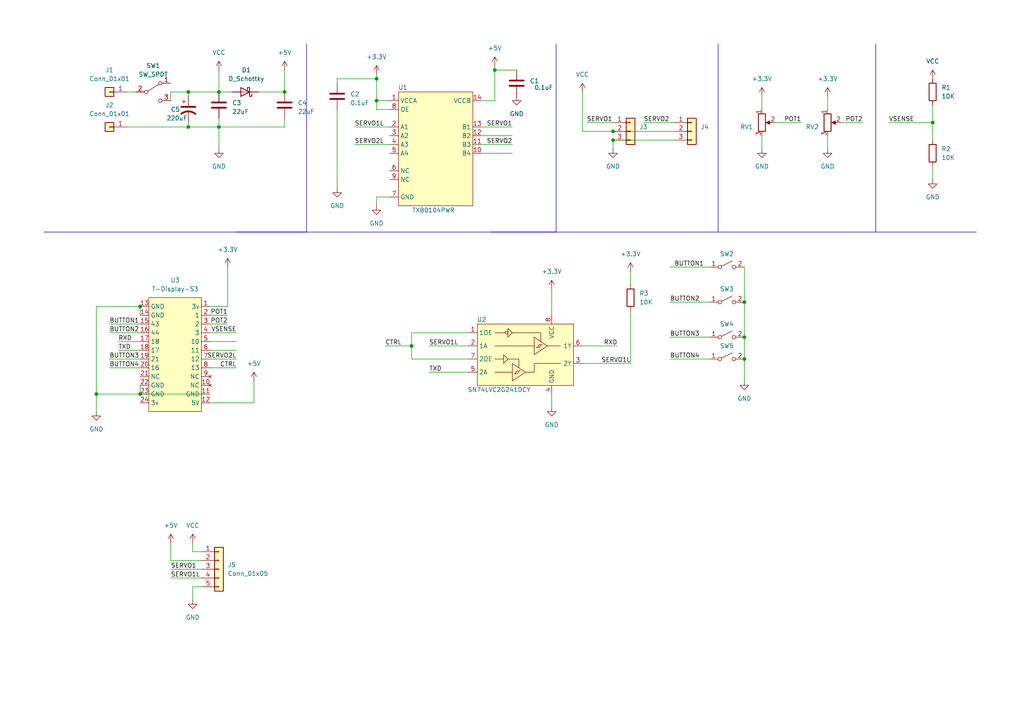
<source format=kicad_sch>
(kicad_sch (version 20230121) (generator eeschema)
  (paper "A4")
  (lib_symbols
    (symbol "BuffersLogic_74S:SN74LVC2G241DC"
      (property "Reference" "U2" (at -12.7 8.89 0))
      (property "Value" "SN74LVC2G241DCY" (at -7.62 -11.43 0))
      (symbol "SN74LVC2G241DC_0_1"
        (rectangle (start -13.97 7.62) (end 13.97 -10.16) (fill (type background)))
        (circle (center -5.461 5.08) (radius 0.399))
        (polyline (pts (xy -8.89 5.08) (xy -5.8943 5.0824)))
        (polyline (pts (xy 6.35 1.27) (xy 10.16 1.27)))
        (polyline (pts (xy -5.08 -2.54) (xy -1.905 -2.54) (xy -1.905 -5.08)))
        (polyline (pts (xy -3.81 5.08) (xy 4.445 5.08) (xy 4.445 2.54)))
        (polyline (pts (xy -2.9201 -6.7666) (xy -2.5391 -6.0046) (xy -1.9041 -6.0046)))
        (polyline (pts (xy 2.54 1.27) (xy 2.54 1.27) (xy -8.89 1.27)))
        (polyline (pts (xy 4.5346 1.628) (xy 4.1536 0.866) (xy 3.5186 0.866)))
        (polyline (pts (xy -3.3011 -6.7666) (xy -2.2851 -6.7666) (xy -1.9041 -6.0046) (xy -1.3961 -6.0046)))
        (polyline (pts (xy 4.9156 1.628) (xy 3.8996 1.628) (xy 3.5186 0.866) (xy 3.0106 0.866)))
        (polyline (pts (xy 6.35 1.27) (xy 2.54 -1.27) (xy 2.54 3.81) (xy 6.35 1.27)))
        (polyline (pts (xy 10.16 -3.81) (xy 2.54 -3.81) (xy 2.54 -6.35) (xy 0 -6.35)))
        (polyline (pts (xy -8.89 -6.35) (xy -3.81 -6.35) (xy -3.81 -3.81) (xy 0 -6.35) (xy -3.81 -8.89) (xy -3.81 -6.35)))
        (polyline (pts (xy -8.89 -2.54) (xy -6.35 -2.54) (xy -6.35 -1.27) (xy -5.08 -2.54) (xy -6.35 -3.81) (xy -6.35 -2.54)))
        (polyline (pts (xy -5.08 5.08) (xy -5.08 5.08) (xy -5.08 6.35) (xy -3.81 5.08) (xy -5.08 3.81) (xy -5.08 5.08)))
      )
      (symbol "SN74LVC2G241DC_1_1"
        (pin input line (at -16.51 5.08 0) (length 2.54) (name "1OE") (number "1"))
        (pin input line (at -16.51 1.27 0) (length 2.54) (name "1A") (number "2"))
        (pin output line (at 16.51 -3.81 180) (length 2.54) (name "2Y") (number "3"))
        (pin power_in line (at 7.62 -12.7 90) (length 2.54) (name "GND") (number "4"))
        (pin input line (at -16.51 -6.35 0) (length 2.54) (name "2A") (number "5"))
        (pin output line (at 16.51 1.27 180) (length 2.54) (name "1Y") (number "6"))
        (pin input line (at -16.51 -2.54 0) (length 2.54) (name "2OE") (number "7"))
        (pin power_in line (at 7.62 10.16 270) (length 2.54) (name "VCC") (number "8"))
      )
    )
    (symbol "BuffersLogic_74S:TXB0104PW"
      (property "Reference" "U" (at -8.89 8.89 0))
      (symbol "TXB0104PW_0_1"
        (rectangle (start -10.16 7.62) (end 11.43 -25.4) (fill (type background)))
      )
      (symbol "TXB0104PW_1_1"
        (pin power_in line (at -12.7 5.08 0) (length 2.54) (name "VCCA") (number "1"))
        (pin bidirectional line (at 13.97 -10.16 180) (length 2.54) (name "B4") (number "10"))
        (pin bidirectional line (at 13.97 -7.62 180) (length 2.54) (name "B3") (number "11"))
        (pin bidirectional line (at 13.97 -5.08 180) (length 2.54) (name "B2") (number "12"))
        (pin bidirectional line (at 13.97 -2.54 180) (length 2.54) (name "B1") (number "13"))
        (pin power_in line (at 13.97 5.08 180) (length 2.54) (name "VCCB") (number "14"))
        (pin bidirectional line (at -12.7 -2.54 0) (length 2.54) (name "A1") (number "2"))
        (pin bidirectional line (at -12.7 -5.08 0) (length 2.54) (name "A2") (number "3"))
        (pin bidirectional line (at -12.7 -7.62 0) (length 2.54) (name "A3") (number "4"))
        (pin bidirectional line (at -12.7 -10.16 0) (length 2.54) (name "A4") (number "5"))
        (pin input line (at -12.7 -15.24 0) (length 2.54) (name "NC") (number "6"))
        (pin power_in line (at -12.7 -22.86 0) (length 2.54) (name "GND") (number "7"))
        (pin input line (at -12.7 2.54 0) (length 2.54) (name "OE") (number "8"))
        (pin input line (at -12.7 -17.78 0) (length 2.54) (name "NC") (number "9"))
      )
    )
    (symbol "Connector_Generic:Conn_01x01" (pin_names (offset 1.016) hide)
      (property "Reference" "J" (at 0 2.54 0))
      (property "Value" "Conn_01x01" (at 0 -2.54 0))
      (symbol "Conn_01x01_1_1"
        (rectangle (start -1.27 0.127) (end 0 -0.127) (stroke (width 0.1524)))
        (rectangle (start -1.27 1.27) (end 1.27 -1.27) (stroke (width 0.254)) (fill (type background)))
        (pin passive line (at -5.08 0 0) (length 3.81) (name "Pin_1") (number "1"))
      )
    )
    (symbol "Connector_Generic:Conn_01x03" (pin_names (offset 1.016) hide)
      (property "Reference" "J" (at 0 5.08 0))
      (property "Value" "Conn_01x03" (at 0 -5.08 0))
      (symbol "Conn_01x03_1_1"
        (rectangle (start -1.27 -2.413) (end 0 -2.667) (stroke (width 0.1524)))
        (rectangle (start -1.27 0.127) (end 0 -0.127) (stroke (width 0.1524)))
        (rectangle (start -1.27 2.667) (end 0 2.413) (stroke (width 0.1524)))
        (rectangle (start -1.27 3.81) (end 1.27 -3.81) (stroke (width 0.254)) (fill (type background)))
        (pin passive line (at -5.08 2.54 0) (length 3.81) (name "Pin_1") (number "1"))
        (pin passive line (at -5.08 0 0) (length 3.81) (name "Pin_2") (number "2"))
        (pin passive line (at -5.08 -2.54 0) (length 3.81) (name "Pin_3") (number "3"))
      )
    )
    (symbol "Connector_Generic:Conn_01x05" (pin_names (offset 1.016) hide)
      (property "Reference" "J" (at 0 7.62 0))
      (property "Value" "Conn_01x05" (at 0 -7.62 0))
      (symbol "Conn_01x05_1_1"
        (rectangle (start -1.27 -4.953) (end 0 -5.207) (stroke (width 0.1524)))
        (rectangle (start -1.27 -2.413) (end 0 -2.667) (stroke (width 0.1524)))
        (rectangle (start -1.27 0.127) (end 0 -0.127) (stroke (width 0.1524)))
        (rectangle (start -1.27 2.667) (end 0 2.413) (stroke (width 0.1524)))
        (rectangle (start -1.27 5.207) (end 0 4.953) (stroke (width 0.1524)))
        (rectangle (start -1.27 6.35) (end 1.27 -6.35) (stroke (width 0.254)) (fill (type background)))
        (pin passive line (at -5.08 5.08 0) (length 3.81) (name "Pin_1") (number "1"))
        (pin passive line (at -5.08 2.54 0) (length 3.81) (name "Pin_2") (number "2"))
        (pin passive line (at -5.08 0 0) (length 3.81) (name "Pin_3") (number "3"))
        (pin passive line (at -5.08 -2.54 0) (length 3.81) (name "Pin_4") (number "4"))
        (pin passive line (at -5.08 -5.08 0) (length 3.81) (name "Pin_5") (number "5"))
      )
    )
    (symbol "Device:C" (pin_numbers hide) (pin_names (offset 0.254))
      (property "Reference" "C" (at 0.635 2.54 0))
      (property "Value" "C" (at 0.635 -2.54 0))
      (symbol "C_0_1"
        (polyline (pts (xy -2.032 -0.762) (xy 2.032 -0.762)) (stroke (width 0.508)))
        (polyline (pts (xy -2.032 0.762) (xy 2.032 0.762)) (stroke (width 0.508)))
      )
      (symbol "C_1_1"
        (pin passive line (at 0 3.81 270) (length 2.794) (name "~") (number "1"))
        (pin passive line (at 0 -3.81 90) (length 2.794) (name "~") (number "2"))
      )
    )
    (symbol "Device:C_Polarized_US" (pin_numbers hide) (pin_names (offset 0.254) hide)
      (property "Reference" "C" (at 0.635 2.54 0))
      (property "Value" "C_Polarized_US" (at 0.635 -2.54 0))
      (symbol "C_Polarized_US_0_1"
        (polyline (pts (xy -2.032 0.762) (xy 2.032 0.762)) (stroke (width 0.508)))
        (polyline (pts (xy -1.778 2.286) (xy -0.762 2.286)))
        (polyline (pts (xy -1.27 1.778) (xy -1.27 2.794)))
        (arc (start 2.032 -1.27) (mid 0 -0.5572) (end -2.032 -1.27) (stroke (width 0.508)))
      )
      (symbol "C_Polarized_US_1_1"
        (pin passive line (at 0 3.81 270) (length 2.794) (name "~") (number "1"))
        (pin passive line (at 0 -3.81 90) (length 3.302) (name "~") (number "2"))
      )
    )
    (symbol "Device:D_Schottky" (pin_numbers hide) (pin_names (offset 1.016) hide)
      (property "Reference" "D" (at 0 2.54 0))
      (property "Value" "D_Schottky" (at 0 -2.54 0))
      (symbol "D_Schottky_0_1"
        (polyline (pts (xy 1.27 0) (xy -1.27 0)))
        (polyline (pts (xy 1.27 1.27) (xy 1.27 -1.27) (xy -1.27 0) (xy 1.27 1.27)) (stroke (width 0.254)))
        (polyline (pts (xy -1.905 0.635) (xy -1.905 1.27) (xy -1.27 1.27) (xy -1.27 -1.27) (xy -0.635 -1.27) (xy -0.635 -0.635)) (stroke (width 0.254)))
      )
      (symbol "D_Schottky_1_1"
        (pin passive line (at -3.81 0 0) (length 2.54) (name "K") (number "1"))
        (pin passive line (at 3.81 0 180) (length 2.54) (name "A") (number "2"))
      )
    )
    (symbol "Device:R" (pin_numbers hide) (pin_names (offset 0))
      (property "Reference" "R" (at 2.032 0 90))
      (property "Value" "R" (at 0 0 90))
      (symbol "R_0_1"
        (rectangle (start -1.016 -2.54) (end 1.016 2.54) (stroke (width 0.254)))
      )
      (symbol "R_1_1"
        (pin passive line (at 0 3.81 270) (length 1.27) (name "~") (number "1"))
        (pin passive line (at 0 -3.81 90) (length 1.27) (name "~") (number "2"))
      )
    )
    (symbol "Device:R_Potentiometer" (pin_names (offset 1.016) hide)
      (property "Reference" "RV" (at -4.445 0 90))
      (property "Value" "R_Potentiometer" (at -2.54 0 90))
      (symbol "R_Potentiometer_0_1"
        (polyline (pts (xy 2.54 0) (xy 1.524 0)))
        (polyline (pts (xy 1.143 0) (xy 2.286 0.508) (xy 2.286 -0.508) (xy 1.143 0)) (fill (type outline)))
        (rectangle (start 1.016 2.54) (end -1.016 -2.54) (stroke (width 0.254)))
      )
      (symbol "R_Potentiometer_1_1"
        (pin passive line (at 0 3.81 270) (length 1.27) (name "1") (number "1"))
        (pin passive line (at 3.81 0 180) (length 1.27) (name "2") (number "2"))
        (pin passive line (at 0 -3.81 90) (length 1.27) (name "3") (number "3"))
      )
    )
    (symbol "Switch:SW_SPDT" (pin_names (offset 0) hide)
      (property "Reference" "SW" (at 0 4.318 0))
      (property "Value" "SW_SPDT" (at 0 -5.08 0))
      (symbol "SW_SPDT_0_0"
        (circle (center -2.032 0) (radius 0.508))
        (circle (center 2.032 -2.54) (radius 0.508))
      )
      (symbol "SW_SPDT_0_1"
        (polyline (pts (xy -1.524 0.254) (xy 1.651 2.286)))
        (circle (center 2.032 2.54) (radius 0.508))
      )
      (symbol "SW_SPDT_1_1"
        (pin passive line (at 5.08 2.54 180) (length 2.54) (name "A") (number "1"))
        (pin passive line (at -5.08 0 0) (length 2.54) (name "B") (number "2"))
        (pin passive line (at 5.08 -2.54 180) (length 2.54) (name "C") (number "3"))
      )
    )
    (symbol "Switch:SW_SPST" (pin_names (offset 0) hide)
      (property "Reference" "SW" (at 0 3.175 0))
      (property "Value" "SW_SPST" (at 0 -2.54 0))
      (symbol "SW_SPST_0_0"
        (circle (center -2.032 0) (radius 0.508))
        (polyline (pts (xy -1.524 0.254) (xy 1.524 1.778)))
        (circle (center 2.032 0) (radius 0.508))
      )
      (symbol "SW_SPST_1_1"
        (pin passive line (at -5.08 0 0) (length 2.54) (name "A") (number "1"))
        (pin passive line (at 5.08 0 180) (length 2.54) (name "B") (number "2"))
      )
    )
    (symbol "power:+3.3V" (power) (pin_names (offset 0))
      (property "Value" "+3.3V" (at 0 3.556 0))
      (symbol "+3.3V_0_1"
        (polyline (pts (xy -0.762 1.27) (xy 0 2.54)))
        (polyline (pts (xy 0 0) (xy 0 2.54)))
        (polyline (pts (xy 0 2.54) (xy 0.762 1.27)))
      )
      (symbol "+3.3V_1_1"
        (pin power_in line (at 0 0 90) (length 0) hide (name "+3.3V") (number "1"))
      )
    )
    (symbol "power:+5V" (power) (pin_names (offset 0))
      (property "Value" "+5V" (at 0 3.556 0))
      (symbol "+5V_0_1"
        (polyline (pts (xy -0.762 1.27) (xy 0 2.54)))
        (polyline (pts (xy 0 0) (xy 0 2.54)))
        (polyline (pts (xy 0 2.54) (xy 0.762 1.27)))
      )
      (symbol "+5V_1_1"
        (pin power_in line (at 0 0 90) (length 0) hide (name "+5V") (number "1"))
      )
    )
    (symbol "power:GND" (power) (pin_names (offset 0))
      (property "Value" "GND" (at 0 -3.81 0))
      (symbol "GND_0_1"
        (polyline (pts (xy 0 0) (xy 0 -1.27) (xy 1.27 -1.27) (xy 0 -2.54) (xy -1.27 -1.27) (xy 0 -1.27)))
      )
      (symbol "GND_1_1"
        (pin power_in line (at 0 0 270) (length 0) hide (name "GND") (number "1"))
      )
    )
    (symbol "power:VCC" (power) (pin_names (offset 0))
      (property "Value" "VCC" (at 0 3.81 0))
      (symbol "VCC_0_1"
        (polyline (pts (xy -0.762 1.27) (xy 0 2.54)))
        (polyline (pts (xy 0 0) (xy 0 2.54)))
        (polyline (pts (xy 0 2.54) (xy 0.762 1.27)))
      )
      (symbol "VCC_1_1"
        (pin power_in line (at 0 0 90) (length 0) hide (name "VCC") (number "1"))
      )
    )
    (symbol "shurik-personal:T-Display-S3"
      (property "Reference" "U" (at -16.51 -2.54 0))
      (property "Value" "T-Display-S3" (at -11.43 -5.08 0))
      (symbol "T-Display-S3_0_1"
        (rectangle (start -15.24 33.02) (end 0 0) (fill (type background)))
      )
      (symbol "T-Display-S3_1_1"
        (pin power_in line (at 2.54 30.48 180) (length 2.54) (name "3v") (number "1"))
        (pin no_connect line (at 2.54 7.62 180) (length 2.54) (name "NC") (number "10"))
        (pin power_in line (at 2.54 5.08 180) (length 2.54) (name "GND") (number "11"))
        (pin power_in line (at 2.54 2.54 180) (length 2.54) (name "5V") (number "12"))
        (pin power_in line (at -17.78 30.48 0) (length 2.54) (name "GND") (number "13"))
        (pin power_in line (at -17.78 27.94 0) (length 2.54) (name "GND") (number "14"))
        (pin bidirectional line (at -17.78 25.4 0) (length 2.54) (name "43") (number "15"))
        (pin bidirectional line (at -17.78 22.86 0) (length 2.54) (name "44") (number "16"))
        (pin bidirectional line (at -17.78 20.32 0) (length 2.54) (name "18") (number "17"))
        (pin bidirectional line (at -17.78 17.78 0) (length 2.54) (name "17") (number "18"))
        (pin bidirectional line (at -17.78 15.24 0) (length 2.54) (name "21") (number "19"))
        (pin bidirectional line (at 2.54 27.94 180) (length 2.54) (name "1") (number "2"))
        (pin bidirectional line (at -17.78 12.7 0) (length 2.54) (name "16") (number "20"))
        (pin bidirectional line (at -17.78 10.16 0) (length 2.54) (name "NC") (number "21"))
        (pin power_in line (at -17.78 7.62 0) (length 2.54) (name "GND") (number "22"))
        (pin power_in line (at -17.78 5.08 0) (length 2.54) (name "GND") (number "23"))
        (pin power_in line (at -17.78 2.54 0) (length 2.54) (name "3v") (number "24"))
        (pin bidirectional line (at 2.54 25.4 180) (length 2.54) (name "2") (number "3"))
        (pin bidirectional line (at 2.54 22.86 180) (length 2.54) (name "3") (number "4"))
        (pin bidirectional line (at 2.54 20.32 180) (length 2.54) (name "10") (number "5"))
        (pin bidirectional line (at 2.54 17.78 180) (length 2.54) (name "11") (number "6"))
        (pin bidirectional line (at 2.54 15.24 180) (length 2.54) (name "12") (number "7"))
        (pin bidirectional line (at 2.54 12.7 180) (length 2.54) (name "13") (number "8"))
        (pin no_connect line (at 2.54 10.16 180) (length 2.54) (name "NC") (number "9"))
      )
    )
  )
  (junction (at 119.38 100.33))
  (junction (at 27.94 114.3))
  (junction (at 82.55 26.67))
  (junction (at 215.9 97.79))
  (junction (at 54.61 26.67))
  (junction (at 54.61 36.83))
  (junction (at 215.9 87.63))
  (junction (at 270.51 35.56))
  (junction (at 109.22 22.86))
  (junction (at 40.64 114.3))
  (junction (at 215.9 104.14))
  (junction (at 40.64 88.9))
  (junction (at 143.51 20.32))
  (junction (at 177.8 38.1))
  (junction (at 109.22 29.21))
  (junction (at 63.5 26.67))
  (junction (at 63.5 36.83))
  (junction (at 177.8 40.64))
  (wire (pts (xy 66.04 77.47) (xy 66.04 88.9)))
  (wire (pts (xy 34.29 101.6) (xy 40.64 101.6)))
  (wire (pts (xy 55.88 170.18) (xy 55.88 173.99)))
  (wire (pts (xy 250.19 35.56) (xy 243.84 35.56)))
  (wire (pts (xy 270.51 48.26) (xy 270.51 52.07)))
  (wire (pts (xy 240.03 43.18) (xy 240.03 39.37)))
  (wire (pts (xy 60.96 96.52) (xy 68.58 96.52)))
  (wire (pts (xy 31.75 93.98) (xy 40.64 93.98)))
  (wire (pts (xy 139.7 39.37) (xy 148.59 39.37)))
  (wire (pts (xy 60.96 101.6) (xy 68.58 101.6)))
  (wire (pts (xy 143.51 29.21) (xy 139.7 29.21)))
  (wire (pts (xy 82.55 20.32) (xy 82.55 26.67)))
  (wire (pts (xy 232.41 35.56) (xy 224.79 35.56)))
  (wire (pts (xy 139.7 44.45) (xy 148.59 44.45)))
  (wire (pts (xy 109.22 21.59) (xy 109.22 22.86)))
  (wire (pts (xy 186.69 35.56) (xy 195.58 35.56)))
  (wire (pts (xy 113.03 57.15) (xy 109.22 57.15)))
  (wire (pts (xy 49.53 29.21) (xy 49.53 26.67)))
  (wire (pts (xy 111.76 100.33) (xy 119.38 100.33)))
  (wire (pts (xy 257.81 35.56) (xy 270.51 35.56)))
  (wire (pts (xy 60.96 93.98) (xy 66.04 93.98)))
  (wire (pts (xy 160.02 114.3) (xy 160.02 118.11)))
  (wire (pts (xy 102.87 36.83) (xy 113.03 36.83)))
  (polyline (pts (xy 161.29 12.7) (xy 161.29 67.31)))
  (wire (pts (xy 60.96 106.68) (xy 68.58 106.68)))
  (wire (pts (xy 36.83 26.67) (xy 39.37 26.67)))
  (wire (pts (xy 215.9 77.47) (xy 215.9 87.63)))
  (wire (pts (xy 97.79 22.86) (xy 97.79 24.13)))
  (wire (pts (xy 177.8 38.1) (xy 195.58 38.1)))
  (wire (pts (xy 60.96 91.44) (xy 66.04 91.44)))
  (wire (pts (xy 102.87 41.91) (xy 113.03 41.91)))
  (wire (pts (xy 60.96 99.06) (xy 68.58 99.06)))
  (wire (pts (xy 194.31 77.47) (xy 205.74 77.47)))
  (wire (pts (xy 58.42 162.56) (xy 49.53 162.56)))
  (polyline (pts (xy 161.29 67.31) (xy 142.24 67.31)))
  (wire (pts (xy 31.75 106.68) (xy 40.64 106.68)))
  (wire (pts (xy 168.91 38.1) (xy 177.8 38.1)))
  (wire (pts (xy 113.03 31.75) (xy 109.22 31.75)))
  (wire (pts (xy 49.53 165.1) (xy 58.42 165.1)))
  (wire (pts (xy 36.83 36.83) (xy 54.61 36.83)))
  (wire (pts (xy 58.42 160.02) (xy 55.88 160.02)))
  (wire (pts (xy 240.03 31.75) (xy 240.03 27.94)))
  (wire (pts (xy 27.94 88.9) (xy 27.94 114.3)))
  (wire (pts (xy 49.53 162.56) (xy 49.53 157.48)))
  (wire (pts (xy 119.38 96.52) (xy 119.38 100.33)))
  (wire (pts (xy 63.5 36.83) (xy 63.5 43.18)))
  (wire (pts (xy 73.66 110.49) (xy 73.66 116.84)))
  (wire (pts (xy 31.75 96.52) (xy 40.64 96.52)))
  (wire (pts (xy 27.94 114.3) (xy 27.94 119.38)))
  (wire (pts (xy 270.51 35.56) (xy 270.51 40.64)))
  (wire (pts (xy 40.64 88.9) (xy 40.64 91.44)))
  (wire (pts (xy 220.98 43.18) (xy 220.98 39.37)))
  (wire (pts (xy 54.61 35.56) (xy 54.61 36.83)))
  (wire (pts (xy 40.64 114.3) (xy 59.69 114.3)))
  (wire (pts (xy 124.46 107.95) (xy 135.89 107.95)))
  (wire (pts (xy 170.18 35.56) (xy 177.8 35.56)))
  (wire (pts (xy 177.8 40.64) (xy 177.8 43.18)))
  (wire (pts (xy 119.38 100.33) (xy 119.38 104.14)))
  (wire (pts (xy 182.88 82.55) (xy 182.88 78.74)))
  (wire (pts (xy 194.31 97.79) (xy 205.74 97.79)))
  (wire (pts (xy 97.79 54.61) (xy 97.79 31.75)))
  (wire (pts (xy 27.94 114.3) (xy 40.64 114.3)))
  (wire (pts (xy 119.38 104.14) (xy 135.89 104.14)))
  (wire (pts (xy 58.42 170.18) (xy 55.88 170.18)))
  (wire (pts (xy 60.96 116.84) (xy 73.66 116.84)))
  (wire (pts (xy 182.88 90.17) (xy 182.88 105.41)))
  (wire (pts (xy 63.5 36.83) (xy 82.55 36.83)))
  (wire (pts (xy 143.51 20.32) (xy 143.51 29.21)))
  (wire (pts (xy 168.91 38.1) (xy 168.91 26.67)))
  (wire (pts (xy 194.31 87.63) (xy 205.74 87.63)))
  (wire (pts (xy 54.61 26.67) (xy 54.61 27.94)))
  (polyline (pts (xy 88.9 12.7) (xy 88.9 67.31)))
  (wire (pts (xy 177.8 40.64) (xy 195.58 40.64)))
  (wire (pts (xy 215.9 87.63) (xy 215.9 97.79)))
  (wire (pts (xy 54.61 36.83) (xy 63.5 36.83)))
  (wire (pts (xy 194.31 104.14) (xy 205.74 104.14)))
  (wire (pts (xy 109.22 57.15) (xy 109.22 59.69)))
  (wire (pts (xy 109.22 22.86) (xy 97.79 22.86)))
  (wire (pts (xy 143.51 19.05) (xy 143.51 20.32)))
  (wire (pts (xy 82.55 34.29) (xy 82.55 36.83)))
  (wire (pts (xy 55.88 160.02) (xy 55.88 157.48)))
  (wire (pts (xy 63.5 34.29) (xy 63.5 36.83)))
  (wire (pts (xy 60.96 88.9) (xy 66.04 88.9)))
  (wire (pts (xy 74.93 26.67) (xy 82.55 26.67)))
  (wire (pts (xy 34.29 99.06) (xy 40.64 99.06)))
  (wire (pts (xy 220.98 31.75) (xy 220.98 27.94)))
  (wire (pts (xy 168.91 100.33) (xy 179.07 100.33)))
  (wire (pts (xy 168.91 105.41) (xy 182.88 105.41)))
  (wire (pts (xy 124.46 100.33) (xy 135.89 100.33)))
  (wire (pts (xy 109.22 31.75) (xy 109.22 29.21)))
  (polyline (pts (xy 254 12.7) (xy 254 67.31)))
  (wire (pts (xy 139.7 36.83) (xy 148.59 36.83)))
  (polyline (pts (xy 88.9 67.31) (xy 68.58 67.31)))
  (wire (pts (xy 119.38 96.52) (xy 135.89 96.52)))
  (wire (pts (xy 60.96 104.14) (xy 68.58 104.14)))
  (wire (pts (xy 63.5 26.67) (xy 67.31 26.67)))
  (wire (pts (xy 40.64 111.76) (xy 40.64 114.3)))
  (wire (pts (xy 270.51 30.48) (xy 270.51 35.56)))
  (wire (pts (xy 160.02 83.82) (xy 160.02 91.44)))
  (wire (pts (xy 54.61 26.67) (xy 63.5 26.67)))
  (wire (pts (xy 143.51 20.32) (xy 149.86 20.32)))
  (wire (pts (xy 49.53 167.64) (xy 58.42 167.64)))
  (wire (pts (xy 40.64 88.9) (xy 27.94 88.9)))
  (wire (pts (xy 49.53 26.67) (xy 54.61 26.67)))
  (polyline (pts (xy 12.7 67.31) (xy 283.21 67.31)))
  (wire (pts (xy 109.22 29.21) (xy 113.03 29.21)))
  (wire (pts (xy 215.9 97.79) (xy 215.9 104.14)))
  (wire (pts (xy 109.22 22.86) (xy 109.22 29.21)))
  (wire (pts (xy 215.9 104.14) (xy 215.9 110.49)))
  (wire (pts (xy 63.5 20.32) (xy 63.5 26.67)))
  (polyline (pts (xy 208.28 12.7) (xy 208.28 67.31)))
  (wire (pts (xy 139.7 41.91) (xy 148.59 41.91)))
  (wire (pts (xy 31.75 104.14) (xy 40.64 104.14)))
  (label "BUTTON2" (at 31.75 96.52 0))
  (label "BUTTON4" (at 31.75 106.68 0))
  (label "SERVO1" (at 148.59 36.83 180))
  (label "RXD" (at 179.07 100.33 180))
  (label "BUTTON4" (at 194.31 104.14 0))
  (label "POT2" (at 250.19 35.56 180))
  (label "SERVO2L" (at 68.58 104.14 180))
  (label "TXD" (at 124.46 107.95 0))
  (label "CTRL" (at 68.58 106.68 180))
  (label "POT1" (at 66.04 91.44 180))
  (label "POT2" (at 66.04 93.98 180))
  (label "SERVO1" (at 49.53 165.1 0))
  (label "SERVO2L" (at 102.87 41.91 0))
  (label "BUTTON1" (at 195.58 77.47 0))
  (label "SERVO2" (at 148.59 41.91 180))
  (label "VSENSE" (at 68.58 96.52 180))
  (label "BUTTON3" (at 31.75 104.14 0))
  (label "SERVO1" (at 170.18 35.56 0))
  (label "SERVO1L" (at 49.53 167.64 0))
  (label "BUTTON2" (at 194.31 87.63 0))
  (label "BUTTON3" (at 194.31 97.79 0))
  (label "VSENSE" (at 257.81 35.56 0))
  (label "SERVO1L" (at 124.46 100.33 0))
  (label "RXD" (at 34.29 99.06 0))
  (label "SERVO1L" (at 102.87 36.83 0))
  (label "POT1" (at 232.41 35.56 180))
  (label "CTRL" (at 111.76 100.33 0))
  (label "TXD" (at 34.29 101.6 0))
  (label "SERVO2" (at 186.69 35.56 0))
  (label "SERVO1L" (at 182.88 105.41 180))
  (label "BUTTON1" (at 31.75 93.98 0))
  (symbol (lib_id "Connector_Generic:Conn_01x03") (at 200.66 38.1 0) (unit 1)
    (property "Reference" "J4" (at 203.2 36.83 0) (effects (justify left)))
    (property "Value" "Conn_01x03" (effects hide))
    (property "Footprint" "Connector_PinHeader_2.54mm:PinHeader_1x03_P2.54mm_Vertical" (effects hide))
  )
  (symbol (lib_id "Device:C") (at 63.5 30.48 0) (unit 1)
    (property "Reference" "C3" (at 67.31 29.845 0) (effects (justify left)))
    (property "Value" "22uF" (at 67.31 32.385 0) (effects (justify left)))
    (property "Footprint" "Capacitor_SMD:C_0805_2012Metric" (effects hide))
    (property "LCSC" "C45783" (effects hide))
  )
  (symbol (lib_id "Switch:SW_SPST") (at 210.82 104.14 0) (unit 1)
    (property "Reference" "SW5" (at 210.82 100.33 0))
    (property "Value" "SW_SPST" (effects hide))
    (property "Footprint" "Button_Switch_THT:SW_TH_Tactile_Omron_B3F-10xx" (effects hide))
    (property "LCSC" "C2885143" (effects hide))
  )
  (symbol (lib_id "power:+3.3V") (at 160.02 83.82 0) (unit 1)
    (property "Reference" "#PWR019" (effects hide))
    (property "Value" "+3.3V" (at 160.02 78.74 0))
  )
  (symbol (lib_id "power:GND") (at 55.88 173.99 0) (unit 1)
    (property "Reference" "#PWR024" (effects hide))
    (property "Value" "GND" (at 55.88 179.07 0))
  )
  (symbol (lib_id "BuffersLogic_74S:TXB0104PW") (at 125.73 34.29 0) (unit 1)
    (property "Reference" "U1" (at 116.84 25.4 0))
    (property "Value" "TXB0104PWR" (at 125.73 60.96 0))
    (property "Footprint" "Package_SO:TSSOP-14_4.4x5mm_P0.65mm" (effects hide))
    (property "LCSC" "C60708" (effects hide))
  )
  (symbol (lib_id "power:GND") (at 270.51 52.07 0) (unit 1)
    (property "Reference" "#PWR014" (effects hide))
    (property "Value" "GND" (at 270.51 57.15 0))
  )
  (symbol (lib_id "power:GND") (at 215.9 110.49 0) (unit 1)
    (property "Reference" "#PWR021" (effects hide))
    (property "Value" "GND" (at 215.9 115.57 0))
  )
  (symbol (lib_id "power:VCC") (at 168.91 26.67 0) (unit 1)
    (property "Reference" "#PWR06" (effects hide))
    (property "Value" "VCC" (at 168.91 21.59 0))
  )
  (symbol (lib_id "Switch:SW_SPST") (at 210.82 87.63 0) (unit 1)
    (property "Reference" "SW3" (at 210.82 83.82 0))
    (property "Value" "SW_SPST" (effects hide))
    (property "Footprint" "Button_Switch_THT:SW_TH_Tactile_Omron_B3F-10xx" (effects hide))
    (property "LCSC" "C2885143" (effects hide))
  )
  (symbol (lib_id "Connector_Generic:Conn_01x03") (at 182.88 38.1 0) (unit 1)
    (property "Reference" "J3" (at 185.42 36.83 0) (effects (justify left)))
    (property "Value" "Conn_01x03" (effects hide))
    (property "Footprint" "Connector_PinHeader_2.54mm:PinHeader_1x03_P2.54mm_Vertical" (effects hide))
  )
  (symbol (lib_id "Switch:SW_SPST") (at 210.82 77.47 0) (unit 1)
    (property "Reference" "SW2" (at 210.82 73.66 0))
    (property "Value" "SW_SPST" (effects hide))
    (property "Footprint" "Button_Switch_THT:SW_TH_Tactile_Omron_B3F-10xx" (effects hide))
    (property "LCSC" "C2885143" (effects hide))
  )
  (symbol (lib_id "power:GND") (at 240.03 43.18 0) (unit 1)
    (property "Reference" "#PWR013" (effects hide))
    (property "Value" "GND" (at 240.03 48.26 0))
  )
  (symbol (lib_id "Device:C") (at 82.55 30.48 0) (unit 1)
    (property "Reference" "C4" (at 86.36 29.845 0) (effects (justify left)))
    (property "Value" "22uF" (at 86.36 32.385 0) (effects (justify left)))
    (property "Footprint" "Capacitor_SMD:C_0805_2012Metric" (effects hide))
    (property "LCSC" "C45783" (effects hide))
  )
  (symbol (lib_id "power:VCC") (at 63.5 20.32 0) (unit 1)
    (property "Reference" "#PWR02" (effects hide))
    (property "Value" "VCC" (at 63.5 15.24 0))
  )
  (symbol (lib_id "Device:R_Potentiometer") (at 240.03 35.56 0) (unit 1)
    (property "Reference" "RV2" (at 237.49 36.83 0) (effects (justify right)))
    (property "Value" "R_Potentiometer" (effects hide))
    (property "Footprint" "Potentiometer_THT:Potentiometer_Bourns_PTV09A-1_Single_Vertical" (effects hide))
  )
  (symbol (lib_id "power:+5V") (at 82.55 20.32 0) (unit 1)
    (property "Reference" "#PWR03" (effects hide))
    (property "Value" "+5V" (at 82.55 15.24 0))
  )
  (symbol (lib_id "power:+5V") (at 49.53 157.48 0) (unit 1)
    (property "Reference" "#PWR026" (effects hide))
    (property "Value" "+5V" (at 49.53 152.4 0))
  )
  (symbol (lib_id "power:+5V") (at 143.51 19.05 0) (unit 1)
    (property "Reference" "#PWR01" (effects hide))
    (property "Value" "+5V" (at 143.51 13.97 0))
  )
  (symbol (lib_id "power:GND") (at 160.02 118.11 0) (unit 1)
    (property "Reference" "#PWR022" (effects hide))
    (property "Value" "GND" (at 160.02 123.19 0))
  )
  (symbol (lib_id "Connector_Generic:Conn_01x01") (at 31.75 36.83 180) (unit 1)
    (property "Reference" "J2" (at 31.75 30.48 0))
    (property "Value" "Conn_01x01" (at 31.75 33.02 0))
    (property "Footprint" "shurik-personal:connector-1p-generic-nosilk" (effects hide))
  )
  (symbol (lib_id "power:VCC") (at 270.51 22.86 0) (unit 1)
    (property "Reference" "#PWR05" (effects hide))
    (property "Value" "VCC" (at 270.51 17.78 0))
  )
  (symbol (lib_id "power:GND") (at 220.98 43.18 0) (unit 1)
    (property "Reference" "#PWR012" (effects hide))
    (property "Value" "GND" (at 220.98 48.26 0))
  )
  (symbol (lib_id "BuffersLogic_74S:SN74LVC2G241DC") (at 152.4 101.6 0) (unit 1)
    (property "Reference" "U2" (at 139.7 92.71 0))
    (property "Value" "SN74LVC2G241DCY" (at 144.78 113.03 0))
    (property "Footprint" "Package_SO:VSSOP-8_2.3x2mm_P0.5mm" (effects hide))
    (property "Datasheet" "https://www.ti.com/lit/ds/symlink/sn74lvc2g241.pdf" (effects hide))
    (property "LCSC" "C10430" (effects hide))
  )
  (symbol (lib_id "power:+3.3V") (at 240.03 27.94 0) (unit 1)
    (property "Reference" "#PWR09" (effects hide))
    (property "Value" "+3.3V" (at 240.03 22.86 0))
  )
  (symbol (lib_id "Device:D_Schottky") (at 71.12 26.67 180) (unit 1)
    (property "Reference" "D1" (at 71.4375 20.32 0))
    (property "Value" "D_Schottky" (at 71.4375 22.86 0))
    (property "Footprint" "Diode_SMD:D_SOD-323" (effects hide))
    (property "LCSC" "C191023" (effects hide))
  )
  (symbol (lib_id "Device:R") (at 270.51 26.67 0) (unit 1)
    (property "Reference" "R1" (at 273.05 25.4 0) (effects (justify left)))
    (property "Value" "10K" (at 273.05 27.94 0) (effects (justify left)))
    (property "Footprint" "Resistor_SMD:R_0603_1608Metric" (effects hide))
    (property "LCSC" "C25804" (effects hide))
  )
  (symbol (lib_id "Switch:SW_SPDT") (at 44.45 26.67 0) (unit 1)
    (property "Reference" "SW1" (at 44.45 19.05 0))
    (property "Value" "SW_SPDT" (at 44.45 21.59 0))
    (property "Footprint" "shurik-personal:SW_XKB_SS12D10L3" (effects hide))
    (property "LCSC" "C319011" (effects hide))
  )
  (symbol (lib_id "power:+3.3V") (at 109.22 21.59 0) (unit 1)
    (property "Reference" "#PWR04" (effects hide))
    (property "Value" "+3.3V" (at 109.22 16.51 0))
  )
  (symbol (lib_id "power:GND") (at 97.79 54.61 0) (unit 1)
    (property "Reference" "#PWR015" (effects hide))
    (property "Value" "GND" (at 97.79 59.69 0))
  )
  (symbol (lib_id "Device:R") (at 270.51 44.45 0) (unit 1)
    (property "Reference" "R2" (at 273.05 43.18 0) (effects (justify left)))
    (property "Value" "10K" (at 273.05 45.72 0) (effects (justify left)))
    (property "Footprint" "Resistor_SMD:R_0603_1608Metric" (effects hide))
    (property "LCSC" "C25804" (effects hide))
  )
  (symbol (lib_id "Device:C") (at 97.79 27.94 0) (unit 1)
    (property "Reference" "C2" (at 101.6 27.305 0) (effects (justify left)))
    (property "Value" "0.1uF" (at 101.6 29.845 0) (effects (justify left)))
    (property "Footprint" "Capacitor_SMD:C_0603_1608Metric" (effects hide))
    (property "LCSC" "C131158" (effects hide))
  )
  (symbol (lib_id "power:GND") (at 63.5 43.18 0) (unit 1)
    (property "Reference" "#PWR010" (effects hide))
    (property "Value" "GND" (at 63.5 48.26 0))
  )
  (symbol (lib_id "Connector_Generic:Conn_01x01") (at 31.75 26.67 180) (unit 1)
    (property "Reference" "J1" (at 31.75 20.32 0))
    (property "Value" "Conn_01x01" (at 31.75 22.86 0))
    (property "Footprint" "shurik-personal:connector-1p-generic-nosilk" (effects hide))
  )
  (symbol (lib_id "power:+3.3V") (at 220.98 27.94 0) (unit 1)
    (property "Reference" "#PWR08" (effects hide))
    (property "Value" "+3.3V" (at 220.98 22.86 0))
  )
  (symbol (lib_id "shurik-personal:T-Display-S3") (at 58.42 119.38 0) (unit 1)
    (property "Reference" "U3" (at 50.8 81.28 0))
    (property "Value" "T-Display-S3" (at 50.8 83.82 0))
    (property "Footprint" "shurik-personal:T-Display-S3" (effects hide))
  )
  (symbol (lib_id "power:+5V") (at 73.66 110.49 0) (unit 1)
    (property "Reference" "#PWR020" (effects hide))
    (property "Value" "+5V" (at 73.66 105.41 0))
  )
  (symbol (lib_id "Connector_Generic:Conn_01x05") (at 63.5 165.1 0) (unit 1)
    (property "Reference" "J5" (at 66.04 163.83 0) (effects (justify left)))
    (property "Value" "Conn_01x05" (at 66.04 166.37 0) (effects (justify left)))
    (property "Footprint" "Connector_PinSocket_2.54mm:PinSocket_1x05_P2.54mm_Vertical" (effects hide))
  )
  (symbol (lib_id "Switch:SW_SPST") (at 210.82 97.79 0) (unit 1)
    (property "Reference" "SW4" (at 210.82 93.98 0))
    (property "Value" "SW_SPST" (effects hide))
    (property "Footprint" "Button_Switch_THT:SW_TH_Tactile_Omron_B3F-10xx" (effects hide))
    (property "LCSC" "C2885143" (effects hide))
  )
  (symbol (lib_id "power:+3.3V") (at 182.88 78.74 0) (unit 1)
    (property "Reference" "#PWR018" (effects hide))
    (property "Value" "+3.3V" (at 182.88 73.66 0))
  )
  (symbol (lib_id "Device:R") (at 182.88 86.36 0) (unit 1)
    (property "Reference" "R3" (at 185.42 85.09 0) (effects (justify left)))
    (property "Value" "10K" (at 185.42 87.63 0) (effects (justify left)))
    (property "Footprint" "Resistor_SMD:R_0603_1608Metric" (effects hide))
    (property "LCSC" "C25804" (effects hide))
  )
  (symbol (lib_id "Device:C") (at 149.86 24.13 0) (unit 1)
    (property "Reference" "C1" (at 153.67 23.495 0) (effects (justify left)))
    (property "Value" "0.1uF" (at 154.94 25.4 0) (effects (justify left)))
    (property "Footprint" "Capacitor_SMD:C_0603_1608Metric" (effects hide))
    (property "LCSC" "C131158" (effects hide))
  )
  (symbol (lib_id "power:GND") (at 177.8 43.18 0) (unit 1)
    (property "Reference" "#PWR011" (effects hide))
    (property "Value" "GND" (at 177.8 48.26 0))
  )
  (symbol (lib_id "Device:C_Polarized_US") (at 54.61 31.75 0) (unit 1)
    (property "Reference" "C5" (at 49.53 31.75 0) (effects (justify left)))
    (property "Value" "220uF" (at 48.26 34.29 0) (effects (justify left)))
    (property "Footprint" "Capacitor_SMD:CP_Elec_6.3x7.7" (effects hide))
    (property "LCSC" "C131158" (effects hide))
  )
  (symbol (lib_id "power:GND") (at 149.86 27.94 0) (unit 1)
    (property "Reference" "#PWR07" (effects hide))
    (property "Value" "GND" (at 149.86 33.02 0))
  )
  (symbol (lib_id "power:+3.3V") (at 66.04 77.47 0) (unit 1)
    (property "Reference" "#PWR017" (effects hide))
    (property "Value" "+3.3V" (at 66.04 72.39 0))
  )
  (symbol (lib_id "power:VCC") (at 55.88 157.48 0) (unit 1)
    (property "Reference" "#PWR025" (effects hide))
    (property "Value" "VCC" (at 55.88 152.4 0))
  )
  (symbol (lib_id "power:GND") (at 27.94 119.38 0) (unit 1)
    (property "Reference" "#PWR023" (effects hide))
    (property "Value" "GND" (at 27.94 124.46 0))
  )
  (symbol (lib_id "power:GND") (at 109.22 59.69 0) (unit 1)
    (property "Reference" "#PWR016" (effects hide))
    (property "Value" "GND" (at 109.22 64.77 0))
  )
  (symbol (lib_id "Device:R_Potentiometer") (at 220.98 35.56 0) (unit 1)
    (property "Reference" "RV1" (at 218.44 36.83 0) (effects (justify right)))
    (property "Value" "R_Potentiometer" (effects hide))
    (property "Footprint" "Potentiometer_THT:Potentiometer_Bourns_PTV09A-1_Single_Vertical" (effects hide))
  )
)
</source>
